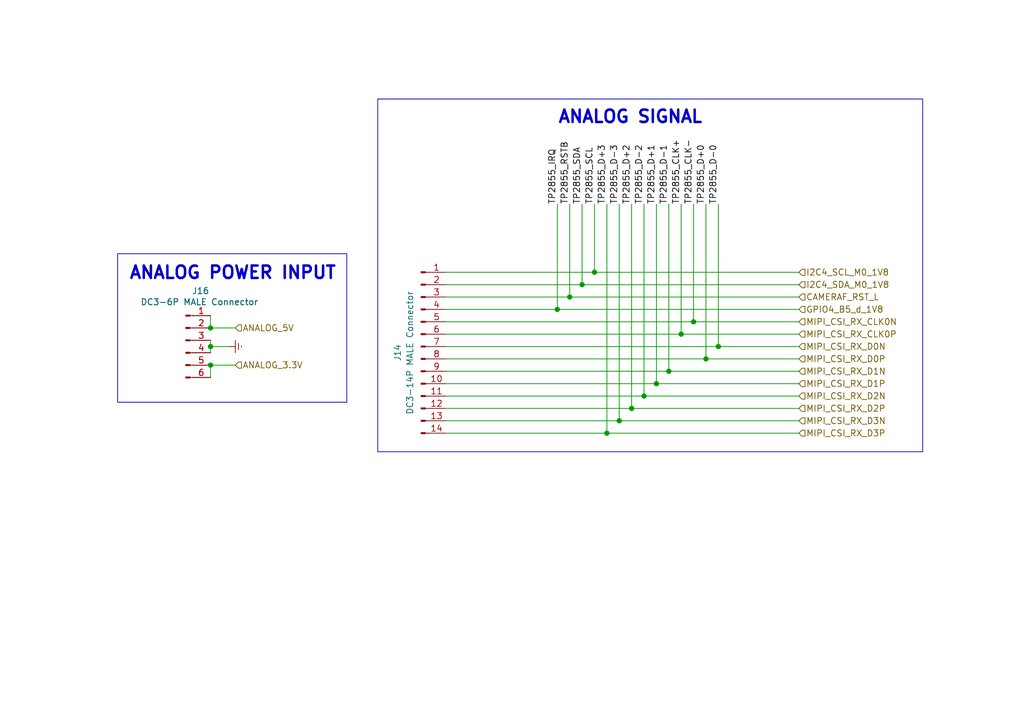
<source format=kicad_sch>
(kicad_sch (version 20231120) (generator "eeschema") (generator_version "8.0")
  (paper "A5")
  (lib_symbols
    (symbol "Connector:Conn_01x06_Pin" (pin_names (offset 1.016) hide)
      (property "Reference" "J" (at 0 7.62 0))
      (property "Value" "Conn_01x06_Pin" (at 0 -10.16 0))
      (symbol "Conn_01x06_Pin_1_1"
        (polyline (pts (xy 1.27 -7.62) (xy 0.8636 -7.62)) (stroke (width 0.1524)))
        (polyline (pts (xy 1.27 -5.08) (xy 0.8636 -5.08)) (stroke (width 0.1524)))
        (polyline (pts (xy 1.27 -2.54) (xy 0.8636 -2.54)) (stroke (width 0.1524)))
        (polyline (pts (xy 1.27 0) (xy 0.8636 0)) (stroke (width 0.1524)))
        (polyline (pts (xy 1.27 2.54) (xy 0.8636 2.54)) (stroke (width 0.1524)))
        (polyline (pts (xy 1.27 5.08) (xy 0.8636 5.08)) (stroke (width 0.1524)))
        (rectangle (start 0.8636 -7.493) (end 0 -7.747) (stroke (width 0.1524)) (fill (type outline)))
        (rectangle (start 0.8636 -4.953) (end 0 -5.207) (stroke (width 0.1524)) (fill (type outline)))
        (rectangle (start 0.8636 -2.413) (end 0 -2.667) (stroke (width 0.1524)) (fill (type outline)))
        (rectangle (start 0.8636 0.127) (end 0 -0.127) (stroke (width 0.1524)) (fill (type outline)))
        (rectangle (start 0.8636 2.667) (end 0 2.413) (stroke (width 0.1524)) (fill (type outline)))
        (rectangle (start 0.8636 5.207) (end 0 4.953) (stroke (width 0.1524)) (fill (type outline)))
        (pin passive line (at 5.08 5.08 180) (length 3.81) (name "Pin_1") (number "1"))
        (pin passive line (at 5.08 2.54 180) (length 3.81) (name "Pin_2") (number "2"))
        (pin passive line (at 5.08 0 180) (length 3.81) (name "Pin_3") (number "3"))
        (pin passive line (at 5.08 -2.54 180) (length 3.81) (name "Pin_4") (number "4"))
        (pin passive line (at 5.08 -5.08 180) (length 3.81) (name "Pin_5") (number "5"))
        (pin passive line (at 5.08 -7.62 180) (length 3.81) (name "Pin_6") (number "6"))
      )
    )
    (symbol "Connector:Conn_01x14_Pin" (pin_names (offset 1.016) hide)
      (property "Reference" "J" (at 0 17.78 0))
      (property "Value" "Conn_01x14_Pin" (at 0 -20.32 0))
      (symbol "Conn_01x14_Pin_1_1"
        (polyline (pts (xy 1.27 -17.78) (xy 0.8636 -17.78)) (stroke (width 0.1524)))
        (polyline (pts (xy 1.27 -15.24) (xy 0.8636 -15.24)) (stroke (width 0.1524)))
        (polyline (pts (xy 1.27 -12.7) (xy 0.8636 -12.7)) (stroke (width 0.1524)))
        (polyline (pts (xy 1.27 -10.16) (xy 0.8636 -10.16)) (stroke (width 0.1524)))
        (polyline (pts (xy 1.27 -7.62) (xy 0.8636 -7.62)) (stroke (width 0.1524)))
        (polyline (pts (xy 1.27 -5.08) (xy 0.8636 -5.08)) (stroke (width 0.1524)))
        (polyline (pts (xy 1.27 -2.54) (xy 0.8636 -2.54)) (stroke (width 0.1524)))
        (polyline (pts (xy 1.27 0) (xy 0.8636 0)) (stroke (width 0.1524)))
        (polyline (pts (xy 1.27 2.54) (xy 0.8636 2.54)) (stroke (width 0.1524)))
        (polyline (pts (xy 1.27 5.08) (xy 0.8636 5.08)) (stroke (width 0.1524)))
        (polyline (pts (xy 1.27 7.62) (xy 0.8636 7.62)) (stroke (width 0.1524)))
        (polyline (pts (xy 1.27 10.16) (xy 0.8636 10.16)) (stroke (width 0.1524)))
        (polyline (pts (xy 1.27 12.7) (xy 0.8636 12.7)) (stroke (width 0.1524)))
        (polyline (pts (xy 1.27 15.24) (xy 0.8636 15.24)) (stroke (width 0.1524)))
        (rectangle (start 0.8636 -17.653) (end 0 -17.907) (stroke (width 0.1524)) (fill (type outline)))
        (rectangle (start 0.8636 -15.113) (end 0 -15.367) (stroke (width 0.1524)) (fill (type outline)))
        (rectangle (start 0.8636 -12.573) (end 0 -12.827) (stroke (width 0.1524)) (fill (type outline)))
        (rectangle (start 0.8636 -10.033) (end 0 -10.287) (stroke (width 0.1524)) (fill (type outline)))
        (rectangle (start 0.8636 -7.493) (end 0 -7.747) (stroke (width 0.1524)) (fill (type outline)))
        (rectangle (start 0.8636 -4.953) (end 0 -5.207) (stroke (width 0.1524)) (fill (type outline)))
        (rectangle (start 0.8636 -2.413) (end 0 -2.667) (stroke (width 0.1524)) (fill (type outline)))
        (rectangle (start 0.8636 0.127) (end 0 -0.127) (stroke (width 0.1524)) (fill (type outline)))
        (rectangle (start 0.8636 2.667) (end 0 2.413) (stroke (width 0.1524)) (fill (type outline)))
        (rectangle (start 0.8636 5.207) (end 0 4.953) (stroke (width 0.1524)) (fill (type outline)))
        (rectangle (start 0.8636 7.747) (end 0 7.493) (stroke (width 0.1524)) (fill (type outline)))
        (rectangle (start 0.8636 10.287) (end 0 10.033) (stroke (width 0.1524)) (fill (type outline)))
        (rectangle (start 0.8636 12.827) (end 0 12.573) (stroke (width 0.1524)) (fill (type outline)))
        (rectangle (start 0.8636 15.367) (end 0 15.113) (stroke (width 0.1524)) (fill (type outline)))
        (pin passive line (at 5.08 15.24 180) (length 3.81) (name "Pin_1") (number "1"))
        (pin passive line (at 5.08 -7.62 180) (length 3.81) (name "Pin_10") (number "10"))
        (pin passive line (at 5.08 -10.16 180) (length 3.81) (name "Pin_11") (number "11"))
        (pin passive line (at 5.08 -12.7 180) (length 3.81) (name "Pin_12") (number "12"))
        (pin passive line (at 5.08 -15.24 180) (length 3.81) (name "Pin_13") (number "13"))
        (pin passive line (at 5.08 -17.78 180) (length 3.81) (name "Pin_14") (number "14"))
        (pin passive line (at 5.08 12.7 180) (length 3.81) (name "Pin_2") (number "2"))
        (pin passive line (at 5.08 10.16 180) (length 3.81) (name "Pin_3") (number "3"))
        (pin passive line (at 5.08 7.62 180) (length 3.81) (name "Pin_4") (number "4"))
        (pin passive line (at 5.08 5.08 180) (length 3.81) (name "Pin_5") (number "5"))
        (pin passive line (at 5.08 2.54 180) (length 3.81) (name "Pin_6") (number "6"))
        (pin passive line (at 5.08 0 180) (length 3.81) (name "Pin_7") (number "7"))
        (pin passive line (at 5.08 -2.54 180) (length 3.81) (name "Pin_8") (number "8"))
        (pin passive line (at 5.08 -5.08 180) (length 3.81) (name "Pin_9") (number "9"))
      )
    )
    (symbol "power:Earth" (power) (pin_names (offset 0))
      (symbol "Earth_0_1"
        (polyline (pts (xy -0.635 -1.905) (xy 0.635 -1.905)))
        (polyline (pts (xy -0.127 -2.54) (xy 0.127 -2.54)))
        (polyline (pts (xy 0 -1.27) (xy 0 0)))
        (polyline (pts (xy 1.27 -1.27) (xy -1.27 -1.27)))
      )
      (symbol "Earth_1_1"
        (pin power_in line (at 0 0 270) (length 0) hide (name "Earth") (number "1"))
      )
    )
  )
  (junction (at 127 86.36))
  (junction (at 43.18 67.31))
  (junction (at 116.84 60.96))
  (junction (at 134.62 78.74))
  (junction (at 139.7 68.58))
  (junction (at 124.46 88.9))
  (junction (at 43.18 74.93))
  (junction (at 43.18 71.12))
  (junction (at 142.24 66.04))
  (junction (at 137.16 76.2))
  (junction (at 132.08 81.28))
  (junction (at 147.32 71.12))
  (junction (at 114.3 63.5))
  (junction (at 129.54 83.82))
  (junction (at 119.38 58.42))
  (junction (at 121.92 55.88))
  (junction (at 144.78 73.66))
  (wire (pts (xy 91.44 76.2) (xy 137.16 76.2)))
  (wire (pts (xy 137.16 41.91) (xy 137.16 76.2)))
  (wire (pts (xy 119.38 58.42) (xy 163.83 58.42)))
  (wire (pts (xy 127 41.91) (xy 127 86.36)))
  (wire (pts (xy 137.16 76.2) (xy 163.83 76.2)))
  (wire (pts (xy 129.54 83.82) (xy 91.44 83.82)))
  (wire (pts (xy 43.18 74.93) (xy 48.26 74.93)))
  (wire (pts (xy 147.32 71.12) (xy 163.83 71.12)))
  (wire (pts (xy 142.24 41.91) (xy 142.24 66.04)))
  (wire (pts (xy 43.18 71.12) (xy 43.18 72.39)))
  (wire (pts (xy 163.83 88.9) (xy 124.46 88.9)))
  (wire (pts (xy 43.18 64.77) (xy 43.18 67.31)))
  (wire (pts (xy 43.18 74.93) (xy 43.18 77.47)))
  (wire (pts (xy 91.44 71.12) (xy 147.32 71.12)))
  (wire (pts (xy 127 86.36) (xy 91.44 86.36)))
  (wire (pts (xy 121.92 55.88) (xy 163.83 55.88)))
  (wire (pts (xy 46.99 71.12) (xy 43.18 71.12)))
  (wire (pts (xy 163.83 66.04) (xy 142.24 66.04)))
  (wire (pts (xy 91.44 58.42) (xy 119.38 58.42)))
  (wire (pts (xy 91.44 73.66) (xy 144.78 73.66)))
  (wire (pts (xy 134.62 41.91) (xy 134.62 78.74)))
  (wire (pts (xy 48.26 67.31) (xy 43.18 67.31)))
  (wire (pts (xy 139.7 41.91) (xy 139.7 68.58)))
  (wire (pts (xy 142.24 66.04) (xy 91.44 66.04)))
  (wire (pts (xy 119.38 41.91) (xy 119.38 58.42)))
  (wire (pts (xy 163.83 81.28) (xy 132.08 81.28)))
  (wire (pts (xy 91.44 68.58) (xy 139.7 68.58)))
  (wire (pts (xy 91.44 63.5) (xy 114.3 63.5)))
  (wire (pts (xy 116.84 41.91) (xy 116.84 60.96)))
  (wire (pts (xy 121.92 41.91) (xy 121.92 55.88)))
  (wire (pts (xy 139.7 68.58) (xy 163.83 68.58)))
  (wire (pts (xy 132.08 81.28) (xy 91.44 81.28)))
  (wire (pts (xy 124.46 41.91) (xy 124.46 88.9)))
  (wire (pts (xy 163.83 83.82) (xy 129.54 83.82)))
  (wire (pts (xy 134.62 78.74) (xy 163.83 78.74)))
  (wire (pts (xy 43.18 71.12) (xy 43.18 69.85)))
  (wire (pts (xy 91.44 55.88) (xy 121.92 55.88)))
  (wire (pts (xy 144.78 73.66) (xy 163.83 73.66)))
  (wire (pts (xy 114.3 63.5) (xy 163.83 63.5)))
  (wire (pts (xy 147.32 41.91) (xy 147.32 71.12)))
  (wire (pts (xy 132.08 41.91) (xy 132.08 81.28)))
  (wire (pts (xy 116.84 60.96) (xy 163.83 60.96)))
  (wire (pts (xy 129.54 41.91) (xy 129.54 83.82)))
  (wire (pts (xy 114.3 41.91) (xy 114.3 63.5)))
  (wire (pts (xy 124.46 88.9) (xy 91.44 88.9)))
  (wire (pts (xy 91.44 60.96) (xy 116.84 60.96)))
  (wire (pts (xy 144.78 41.91) (xy 144.78 73.66)))
  (wire (pts (xy 91.44 78.74) (xy 134.62 78.74)))
  (wire (pts (xy 163.83 86.36) (xy 127 86.36)))
  (rectangle (start 77.47 20.32) (end 189.23 92.71))
  (rectangle (start 24.13 52.07) (end 71.12 82.55))
  (text "ANALOG SIGNAL\n" (at 129.286 24.13 0) (effects (font (size 2.54 2.54) (bold yes))))
  (text "ANALOG POWER INPUT" (at 47.752 56.134 0) (effects (font (size 2.54 2.54) (bold yes))))
  (label "TP2855_D+1" (at 134.62 41.91 90))
  (label "TP2855_D-3" (at 127 41.91 90))
  (label "TP2855_RSTB" (at 116.84 41.91 90))
  (label "TP2855_D+2" (at 129.54 41.91 90))
  (label "TP2855_D-0" (at 147.32 41.91 90))
  (label "TP2855_D-2" (at 132.08 41.91 90))
  (label "TP2855_CLK-" (at 142.24 41.91 90))
  (label "TP2855_CLK+" (at 139.7 41.91 90))
  (label "TP2855_D-1" (at 137.16 41.91 90))
  (label "TP2855_SCL" (at 121.92 41.91 90))
  (label "TP2855_IRQ" (at 114.3 41.91 90))
  (label "TP2855_SDA" (at 119.38 41.91 90))
  (label "TP2855_D+3" (at 124.46 41.91 90))
  (label "TP2855_D+0" (at 144.78 41.91 90))
  (hierarchical_label "MIPI_CSI_RX_D2P" (shape input) (at 163.83 83.82 0))
  (hierarchical_label "CAMERAF_RST_L" (shape input) (at 163.83 60.96 0))
  (hierarchical_label "GPIO4_B5_d_1V8" (shape input) (at 163.83 63.5 0))
  (hierarchical_label "MIPI_CSI_RX_D0P" (shape input) (at 163.83 73.66 0))
  (hierarchical_label "MIPI_CSI_RX_CLK0N" (shape input) (at 163.83 66.04 0))
  (hierarchical_label "MIPI_CSI_RX_D0N" (shape input) (at 163.83 71.12 0))
  (hierarchical_label "MIPI_CSI_RX_D3N" (shape input) (at 163.83 86.36 0))
  (hierarchical_label "MIPI_CSI_RX_D1N" (shape input) (at 163.83 76.2 0))
  (hierarchical_label "I2C4_SCL_M0_1V8" (shape input) (at 163.83 55.88 0))
  (hierarchical_label "ANALOG_3.3V" (shape input) (at 48.26 74.93 0))
  (hierarchical_label "MIPI_CSI_RX_CLK0P" (shape input) (at 163.83 68.58 0))
  (hierarchical_label "I2C4_SDA_M0_1V8" (shape input) (at 163.83 58.42 0))
  (hierarchical_label "MIPI_CSI_RX_D1P" (shape input) (at 163.83 78.74 0))
  (hierarchical_label "MIPI_CSI_RX_D3P" (shape input) (at 163.83 88.9 0))
  (hierarchical_label "ANALOG_5V" (shape input) (at 48.26 67.31 0))
  (hierarchical_label "MIPI_CSI_RX_D2N" (shape input) (at 163.83 81.28 0))
  (symbol (lib_id "Connector:Conn_01x14_Pin") (at 86.36 71.12 0) (unit 1)
    (property "Reference" "J14" (at 81.534 72.39 90))
    (property "Value" "DC3-14P MALE Connector" (at 84.074 72.39 90))
    (property "Footprint" "Footprint Library:Analog signal connector" (effects (hide yes)))
    (property "Description" "Generic connector, single row, 01x14, script generated" (effects (hide yes)))
    (property "MPN" "DC3-14P MALE Connector" (effects (hide yes)))
  )
  (symbol (lib_id "Connector:Conn_01x06_Pin") (at 38.1 69.85 0) (unit 1)
    (property "Reference" "J16" (at 41.148 59.69 0))
    (property "Value" "DC3-6P MALE Connector" (at 40.894 61.976 0))
    (property "Footprint" "Footprint Library:Analog power connector" (effects (hide yes)))
    (property "Description" "Generic connector, single row, 01x06, script generated" (effects (hide yes)))
    (property "MPN" "DC3-6P MALE Connector" (effects (hide yes)))
  )
  (symbol (lib_id "power:Earth") (at 46.99 71.12 90) (unit 1)
    (property "Reference" "#PWR086" (effects (hide yes)))
    (property "Value" "Earth" (effects (hide yes)))
  )
)
</source>
